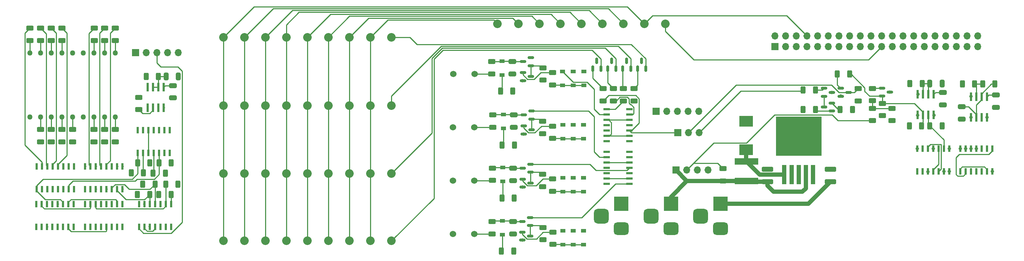
<source format=gtl>
G04 #@! TF.GenerationSoftware,KiCad,Pcbnew,(6.0.6)*
G04 #@! TF.CreationDate,2023-06-19T14:34:30+09:30*
G04 #@! TF.ProjectId,RPi Arcade Hat V0-3,52506920-4172-4636-9164-652048617420,rev?*
G04 #@! TF.SameCoordinates,Original*
G04 #@! TF.FileFunction,Copper,L1,Top*
G04 #@! TF.FilePolarity,Positive*
%FSLAX46Y46*%
G04 Gerber Fmt 4.6, Leading zero omitted, Abs format (unit mm)*
G04 Created by KiCad (PCBNEW (6.0.6)) date 2023-06-19 14:34:30*
%MOMM*%
%LPD*%
G01*
G04 APERTURE LIST*
G04 Aperture macros list*
%AMRoundRect*
0 Rectangle with rounded corners*
0 $1 Rounding radius*
0 $2 $3 $4 $5 $6 $7 $8 $9 X,Y pos of 4 corners*
0 Add a 4 corners polygon primitive as box body*
4,1,4,$2,$3,$4,$5,$6,$7,$8,$9,$2,$3,0*
0 Add four circle primitives for the rounded corners*
1,1,$1+$1,$2,$3*
1,1,$1+$1,$4,$5*
1,1,$1+$1,$6,$7*
1,1,$1+$1,$8,$9*
0 Add four rect primitives between the rounded corners*
20,1,$1+$1,$2,$3,$4,$5,0*
20,1,$1+$1,$4,$5,$6,$7,0*
20,1,$1+$1,$6,$7,$8,$9,0*
20,1,$1+$1,$8,$9,$2,$3,0*%
G04 Aperture macros list end*
G04 #@! TA.AperFunction,ComponentPad*
%ADD10C,2.032000*%
G04 #@! TD*
G04 #@! TA.AperFunction,SMDPad,CuDef*
%ADD11RoundRect,0.250000X0.625000X-0.312500X0.625000X0.312500X-0.625000X0.312500X-0.625000X-0.312500X0*%
G04 #@! TD*
G04 #@! TA.AperFunction,SMDPad,CuDef*
%ADD12R,1.500000X0.550000*%
G04 #@! TD*
G04 #@! TA.AperFunction,SMDPad,CuDef*
%ADD13R,0.550000X1.500000*%
G04 #@! TD*
G04 #@! TA.AperFunction,SMDPad,CuDef*
%ADD14R,0.600000X2.000000*%
G04 #@! TD*
G04 #@! TA.AperFunction,SMDPad,CuDef*
%ADD15R,0.600000X1.550000*%
G04 #@! TD*
G04 #@! TA.AperFunction,SMDPad,CuDef*
%ADD16R,1.100000X4.600000*%
G04 #@! TD*
G04 #@! TA.AperFunction,SMDPad,CuDef*
%ADD17R,10.800000X9.400000*%
G04 #@! TD*
G04 #@! TA.AperFunction,SMDPad,CuDef*
%ADD18RoundRect,0.250000X-0.625000X0.312500X-0.625000X-0.312500X0.625000X-0.312500X0.625000X0.312500X0*%
G04 #@! TD*
G04 #@! TA.AperFunction,SMDPad,CuDef*
%ADD19RoundRect,0.250000X-0.312500X-0.625000X0.312500X-0.625000X0.312500X0.625000X-0.312500X0.625000X0*%
G04 #@! TD*
G04 #@! TA.AperFunction,SMDPad,CuDef*
%ADD20RoundRect,0.250000X0.312500X0.625000X-0.312500X0.625000X-0.312500X-0.625000X0.312500X-0.625000X0*%
G04 #@! TD*
G04 #@! TA.AperFunction,SMDPad,CuDef*
%ADD21RoundRect,0.150000X-0.587500X-0.150000X0.587500X-0.150000X0.587500X0.150000X-0.587500X0.150000X0*%
G04 #@! TD*
G04 #@! TA.AperFunction,SMDPad,CuDef*
%ADD22RoundRect,0.150000X0.587500X0.150000X-0.587500X0.150000X-0.587500X-0.150000X0.587500X-0.150000X0*%
G04 #@! TD*
G04 #@! TA.AperFunction,SMDPad,CuDef*
%ADD23RoundRect,0.150000X0.150000X-0.587500X0.150000X0.587500X-0.150000X0.587500X-0.150000X-0.587500X0*%
G04 #@! TD*
G04 #@! TA.AperFunction,SMDPad,CuDef*
%ADD24R,5.700000X1.600000*%
G04 #@! TD*
G04 #@! TA.AperFunction,ComponentPad*
%ADD25O,1.700000X1.700000*%
G04 #@! TD*
G04 #@! TA.AperFunction,ComponentPad*
%ADD26R,1.700000X1.700000*%
G04 #@! TD*
G04 #@! TA.AperFunction,ComponentPad*
%ADD27C,1.270000*%
G04 #@! TD*
G04 #@! TA.AperFunction,ComponentPad*
%ADD28C,1.524000*%
G04 #@! TD*
G04 #@! TA.AperFunction,ComponentPad*
%ADD29RoundRect,0.875000X0.875000X-0.875000X0.875000X0.875000X-0.875000X0.875000X-0.875000X-0.875000X0*%
G04 #@! TD*
G04 #@! TA.AperFunction,ComponentPad*
%ADD30RoundRect,0.750000X1.000000X-0.750000X1.000000X0.750000X-1.000000X0.750000X-1.000000X-0.750000X0*%
G04 #@! TD*
G04 #@! TA.AperFunction,ComponentPad*
%ADD31R,3.500000X3.500000*%
G04 #@! TD*
G04 #@! TA.AperFunction,SMDPad,CuDef*
%ADD32R,1.200000X0.900000*%
G04 #@! TD*
G04 #@! TA.AperFunction,SMDPad,CuDef*
%ADD33R,3.300000X2.500000*%
G04 #@! TD*
G04 #@! TA.AperFunction,SMDPad,CuDef*
%ADD34RoundRect,0.250000X-0.650000X0.325000X-0.650000X-0.325000X0.650000X-0.325000X0.650000X0.325000X0*%
G04 #@! TD*
G04 #@! TA.AperFunction,SMDPad,CuDef*
%ADD35RoundRect,0.250000X-0.325000X-0.650000X0.325000X-0.650000X0.325000X0.650000X-0.325000X0.650000X0*%
G04 #@! TD*
G04 #@! TA.AperFunction,SMDPad,CuDef*
%ADD36RoundRect,0.250000X1.100000X-0.325000X1.100000X0.325000X-1.100000X0.325000X-1.100000X-0.325000X0*%
G04 #@! TD*
G04 #@! TA.AperFunction,ViaPad*
%ADD37C,0.500000*%
G04 #@! TD*
G04 #@! TA.AperFunction,ViaPad*
%ADD38C,0.800000*%
G04 #@! TD*
G04 #@! TA.AperFunction,Conductor*
%ADD39C,1.000000*%
G04 #@! TD*
G04 #@! TA.AperFunction,Conductor*
%ADD40C,0.250000*%
G04 #@! TD*
G04 APERTURE END LIST*
D10*
X91186000Y-94488000D03*
X96186000Y-94488000D03*
X101186001Y-94488000D03*
X106186001Y-94488000D03*
X111186001Y-94488000D03*
X116186001Y-94488000D03*
X121186001Y-94488000D03*
X126186001Y-94488000D03*
X131186002Y-94488000D03*
D11*
X210058000Y-109535500D03*
X210058000Y-112460500D03*
D12*
X182356800Y-102971600D03*
X182356800Y-101701600D03*
X182356800Y-100431600D03*
X182356800Y-99161600D03*
X182356800Y-97891600D03*
X182356800Y-96621600D03*
X182356800Y-95351600D03*
X187756800Y-95351600D03*
X187756800Y-96621600D03*
X187756800Y-97891600D03*
X187756800Y-99161600D03*
X187756800Y-100431600D03*
X187756800Y-101701600D03*
X187756800Y-102971600D03*
D13*
X78720800Y-123370050D03*
X77450800Y-123370050D03*
X76180800Y-123370050D03*
X74910800Y-123370050D03*
X73640800Y-123370050D03*
X72370800Y-123370050D03*
X71100800Y-123370050D03*
X71100800Y-117970050D03*
X72370800Y-117970050D03*
X73640800Y-117970050D03*
X74910800Y-117970050D03*
X76180800Y-117970050D03*
X77450800Y-117970050D03*
X78720800Y-117970050D03*
X70806700Y-100342450D03*
X72076700Y-100342450D03*
X73346700Y-100342450D03*
X74616700Y-100342450D03*
X75886700Y-100342450D03*
X77156700Y-100342450D03*
X78426700Y-100342450D03*
X78426700Y-105742450D03*
X77156700Y-105742450D03*
X75886700Y-105742450D03*
X74616700Y-105742450D03*
X73346700Y-105742450D03*
X72076700Y-105742450D03*
X70806700Y-105742450D03*
X263916200Y-110192800D03*
X262646200Y-110192800D03*
X261376200Y-110192800D03*
X260106200Y-110192800D03*
X258836200Y-110192800D03*
X257566200Y-110192800D03*
X256296200Y-110192800D03*
X256296200Y-104792800D03*
X257566200Y-104792800D03*
X258836200Y-104792800D03*
X260106200Y-104792800D03*
X261376200Y-104792800D03*
X262646200Y-104792800D03*
X263916200Y-104792800D03*
D14*
X271569000Y-97295400D03*
X269029000Y-92395400D03*
X270299000Y-92395400D03*
X271569000Y-92395400D03*
X272839000Y-92395400D03*
X272839000Y-97295400D03*
X270299000Y-97295400D03*
X269029000Y-97295400D03*
D12*
X182364400Y-113131600D03*
X182364400Y-111861600D03*
X182364400Y-110591600D03*
X182364400Y-109321600D03*
X182364400Y-108051600D03*
X182364400Y-106781600D03*
X182364400Y-105511600D03*
X187764400Y-105511600D03*
X187764400Y-106781600D03*
X187764400Y-108051600D03*
X187764400Y-109321600D03*
X187764400Y-110591600D03*
X187764400Y-111861600D03*
X187764400Y-113131600D03*
D14*
X258945200Y-96736600D03*
X256405200Y-91836600D03*
X257675200Y-91836600D03*
X258945200Y-91836600D03*
X260215200Y-91836600D03*
X260215200Y-96736600D03*
X257675200Y-96736600D03*
X256405200Y-96736600D03*
X75715800Y-95029450D03*
X73175800Y-90129450D03*
X74445800Y-90129450D03*
X75715800Y-90129450D03*
X76985800Y-90129450D03*
X76985800Y-95029450D03*
X74445800Y-95029450D03*
X73175800Y-95029450D03*
D15*
X58273800Y-108978450D03*
X59543800Y-108978450D03*
X60813800Y-108978450D03*
X62083800Y-108978450D03*
X63353800Y-108978450D03*
X64623800Y-108978450D03*
X65893800Y-108978450D03*
X67163800Y-108978450D03*
X67163800Y-114378450D03*
X65893800Y-114378450D03*
X64623800Y-114378450D03*
X63353800Y-114378450D03*
X62083800Y-114378450D03*
X60813800Y-114378450D03*
X59543800Y-114378450D03*
X58273800Y-114378450D03*
X46742200Y-108978450D03*
X48012200Y-108978450D03*
X49282200Y-108978450D03*
X50552200Y-108978450D03*
X51822200Y-108978450D03*
X53092200Y-108978450D03*
X54362200Y-108978450D03*
X55632200Y-108978450D03*
X55632200Y-114378450D03*
X54362200Y-114378450D03*
X53092200Y-114378450D03*
X51822200Y-114378450D03*
X50552200Y-114378450D03*
X49282200Y-114378450D03*
X48012200Y-114378450D03*
X46742200Y-114378450D03*
X58273800Y-117970050D03*
X59543800Y-117970050D03*
X60813800Y-117970050D03*
X62083800Y-117970050D03*
X63353800Y-117970050D03*
X64623800Y-117970050D03*
X65893800Y-117970050D03*
X67163800Y-117970050D03*
X67163800Y-123370050D03*
X65893800Y-123370050D03*
X64623800Y-123370050D03*
X63353800Y-123370050D03*
X62083800Y-123370050D03*
X60813800Y-123370050D03*
X59543800Y-123370050D03*
X58273800Y-123370050D03*
X46691400Y-117970050D03*
X47961400Y-117970050D03*
X49231400Y-117970050D03*
X50501400Y-117970050D03*
X51771400Y-117970050D03*
X53041400Y-117970050D03*
X54311400Y-117970050D03*
X55581400Y-117970050D03*
X55581400Y-123370050D03*
X54311400Y-123370050D03*
X53041400Y-123370050D03*
X51771400Y-123370050D03*
X50501400Y-123370050D03*
X49231400Y-123370050D03*
X47961400Y-123370050D03*
X46691400Y-123370050D03*
D16*
X231460200Y-110915800D03*
X229760200Y-110915800D03*
X228060200Y-110915800D03*
D17*
X228060200Y-101765800D03*
D16*
X226360200Y-110915800D03*
X224660200Y-110915800D03*
D13*
X266496800Y-104792800D03*
X267766800Y-104792800D03*
X269036800Y-104792800D03*
X270306800Y-104792800D03*
X271576800Y-104792800D03*
X272846800Y-104792800D03*
X274116800Y-104792800D03*
X274116800Y-110192800D03*
X272846800Y-110192800D03*
X271576800Y-110192800D03*
X270306800Y-110192800D03*
X269036800Y-110192800D03*
X267766800Y-110192800D03*
X266496800Y-110192800D03*
D18*
X167182800Y-126456100D03*
X167182800Y-123531100D03*
X167132000Y-113806900D03*
X167132000Y-110881900D03*
D19*
X240855200Y-95468400D03*
X237930200Y-95468400D03*
X232066800Y-95417600D03*
X229141800Y-95417600D03*
X232066800Y-90794800D03*
X229141800Y-90794800D03*
D11*
X242237500Y-90449900D03*
X242237500Y-93374900D03*
D20*
X237269800Y-86984800D03*
X240194800Y-86984800D03*
D11*
X250300800Y-95159100D03*
X250300800Y-98084100D03*
X247964000Y-93990700D03*
X247964000Y-96915700D03*
D19*
X269958100Y-89359000D03*
X267033100Y-89359000D03*
X274784100Y-89359000D03*
X271859100Y-89359000D03*
X262211100Y-99315800D03*
X259286100Y-99315800D03*
X257435900Y-89308200D03*
X254510900Y-89308200D03*
D18*
X167132000Y-98272800D03*
X167132000Y-101197800D03*
X167182800Y-88447000D03*
X167182800Y-85522000D03*
X169570400Y-127573700D03*
X169570400Y-124648700D03*
X169519600Y-114924500D03*
X169519600Y-111999500D03*
X169519600Y-102315400D03*
X169519600Y-99390400D03*
X169519600Y-89564600D03*
X169519600Y-86639600D03*
X188874400Y-93410500D03*
X188874400Y-90485500D03*
X186385200Y-93410500D03*
X186385200Y-90485500D03*
X183997600Y-90485500D03*
X183997600Y-93410500D03*
X181559200Y-93410500D03*
X181559200Y-90485500D03*
D20*
X254409300Y-99315800D03*
X257334300Y-99315800D03*
X71975100Y-113253250D03*
X74900100Y-113253250D03*
D19*
X77357700Y-110560850D03*
X74432700Y-110560850D03*
D20*
X77461500Y-113253250D03*
X80386500Y-113253250D03*
D19*
X72176100Y-110490000D03*
X69251100Y-110490000D03*
X78710100Y-115691650D03*
X75785100Y-115691650D03*
X75730500Y-87550250D03*
X72805500Y-87550250D03*
D11*
X71067600Y-92539350D03*
X71067600Y-95464350D03*
D18*
X50222000Y-103133350D03*
X50222000Y-100208350D03*
D11*
X60432800Y-76078350D03*
X60432800Y-79003350D03*
D18*
X55302000Y-103133350D03*
X55302000Y-100208350D03*
X52762000Y-103133350D03*
X52762000Y-100208350D03*
X47682000Y-103133350D03*
X47682000Y-100208350D03*
D11*
X65462000Y-76078350D03*
X65462000Y-79003350D03*
X62922000Y-76078350D03*
X62922000Y-79003350D03*
X47682000Y-76078350D03*
X47682000Y-79003350D03*
X45142000Y-76078350D03*
X45142000Y-79003350D03*
D18*
X65462000Y-103133350D03*
X65462000Y-100208350D03*
X62922000Y-103133350D03*
X62922000Y-100208350D03*
X60382000Y-103133350D03*
X60382000Y-100208350D03*
D11*
X52762000Y-76078350D03*
X52762000Y-79003350D03*
X50222000Y-76078350D03*
X50222000Y-79003350D03*
X155041600Y-84059500D03*
X155041600Y-86984500D03*
X155244800Y-96759500D03*
X155244800Y-99684500D03*
X155194000Y-109408700D03*
X155194000Y-112333700D03*
X155143200Y-122159500D03*
X155143200Y-125084500D03*
X245576400Y-95159100D03*
X245576400Y-98084100D03*
D18*
X245576400Y-93359700D03*
X245576400Y-90434700D03*
D19*
X160263300Y-129159200D03*
X157338300Y-129159200D03*
X160364900Y-116560800D03*
X157439900Y-116560800D03*
X160415700Y-103911600D03*
X157490700Y-103911600D03*
X160060100Y-91059200D03*
X157135100Y-91059200D03*
D20*
X70766600Y-108173250D03*
X73691600Y-108173250D03*
D19*
X73630100Y-115691650D03*
X70705100Y-115691650D03*
D20*
X75846600Y-108173250D03*
X78771600Y-108173250D03*
D21*
X249765100Y-91287600D03*
X247890100Y-92237600D03*
X247890100Y-90337600D03*
X164310300Y-87604800D03*
X162435300Y-88554800D03*
X162435300Y-86654800D03*
D22*
X162435300Y-84048800D03*
X164310300Y-83098800D03*
X164310300Y-84998800D03*
D21*
X164513500Y-100304800D03*
X162638500Y-101254800D03*
X162638500Y-99354800D03*
D22*
X162638500Y-96748800D03*
X164513500Y-95798800D03*
X164513500Y-97698800D03*
D21*
X164259500Y-112954000D03*
X162384500Y-113904000D03*
X162384500Y-112004000D03*
D22*
X162384500Y-109398000D03*
X164259500Y-108448000D03*
X164259500Y-110348000D03*
D21*
X164208700Y-125603200D03*
X162333700Y-126553200D03*
X162333700Y-124653200D03*
D22*
X162333700Y-122098000D03*
X164208700Y-121148000D03*
X164208700Y-123048000D03*
D23*
X180035200Y-83847700D03*
X180985200Y-85722700D03*
X179085200Y-85722700D03*
X183591200Y-83847700D03*
X184541200Y-85722700D03*
X182641200Y-85722700D03*
X187147200Y-83847700D03*
X188097200Y-85722700D03*
X186197200Y-85722700D03*
X190703200Y-83847700D03*
X191653200Y-85722700D03*
X189753200Y-85722700D03*
D22*
X234086400Y-94858800D03*
X235961400Y-93908800D03*
X235961400Y-95808800D03*
D21*
X235961400Y-91353600D03*
X234086400Y-92303600D03*
X234086400Y-90403600D03*
X239974600Y-91353600D03*
X238099600Y-92303600D03*
X238099600Y-90403600D03*
D24*
X215646000Y-112484400D03*
X215646000Y-107784400D03*
D25*
X204322600Y-95859600D03*
X201782600Y-95859600D03*
X199242600Y-95859600D03*
X196702600Y-95859600D03*
D26*
X194162600Y-95859600D03*
D27*
X45142000Y-82011250D03*
X47682000Y-82011250D03*
X50222000Y-82011250D03*
X52762000Y-82011250D03*
X55302000Y-82011250D03*
X57842000Y-82011250D03*
X60382000Y-82011250D03*
X62922000Y-82011250D03*
X65462000Y-82011250D03*
X45142000Y-97251250D03*
X47682000Y-97251250D03*
X50222000Y-97251250D03*
X52762000Y-97251250D03*
X55302000Y-97251250D03*
X57842000Y-97251250D03*
X60382000Y-97251250D03*
X62922000Y-97251250D03*
X65462000Y-97251250D03*
D25*
X80402200Y-81909650D03*
X77862200Y-81909650D03*
X75322200Y-81909650D03*
X72782200Y-81909650D03*
D26*
X70242200Y-81909650D03*
D28*
X150952200Y-86996099D03*
X145872200Y-86996099D03*
X150901400Y-99696099D03*
X145821400Y-99696099D03*
X150901400Y-112345299D03*
X145821400Y-112345299D03*
X150901400Y-125096099D03*
X145821400Y-125096099D03*
D29*
X192955100Y-120850400D03*
D30*
X197655100Y-123850400D03*
D31*
X197655100Y-117850400D03*
D29*
X181118700Y-120850400D03*
D30*
X185818700Y-123850400D03*
D31*
X185818700Y-117850400D03*
D26*
X198841200Y-109880400D03*
D25*
X201381200Y-109880400D03*
X203921200Y-109880400D03*
X206461200Y-109880400D03*
D26*
X199288400Y-100939600D03*
D25*
X201828400Y-100939600D03*
X204368400Y-100939600D03*
D31*
X209440700Y-117850400D03*
D30*
X209440700Y-123850400D03*
D29*
X204740700Y-120850400D03*
D10*
X131150401Y-78257200D03*
X126150400Y-78257200D03*
X121150400Y-78257200D03*
X116150400Y-78257200D03*
X111150400Y-78257200D03*
X106150400Y-78257200D03*
X101150400Y-78257200D03*
X96150399Y-78257200D03*
X91150399Y-78257200D03*
X196377601Y-75006000D03*
X191377600Y-75006000D03*
X186377600Y-75006000D03*
X181377600Y-75006000D03*
X176377600Y-75006000D03*
X171377600Y-75006000D03*
X166377600Y-75006000D03*
X161377599Y-75006000D03*
X156377599Y-75006000D03*
X91150399Y-110693200D03*
X96150399Y-110693200D03*
X101150400Y-110693200D03*
X106150400Y-110693200D03*
X111150400Y-110693200D03*
X116150400Y-110693200D03*
X121150400Y-110693200D03*
X126150400Y-110693200D03*
X131150401Y-110693200D03*
X131150401Y-126720400D03*
X126150400Y-126720400D03*
X121150400Y-126720400D03*
X116150400Y-126720400D03*
X111150400Y-126720400D03*
X106150400Y-126720400D03*
X101150400Y-126720400D03*
X96150399Y-126720400D03*
X91150399Y-126720400D03*
D32*
X176834800Y-124359600D03*
X176834800Y-127659600D03*
X174396400Y-124359600D03*
X174396400Y-127659600D03*
X171958000Y-124359600D03*
X171958000Y-127659600D03*
X176885600Y-111710400D03*
X176885600Y-115010400D03*
X174447200Y-111710400D03*
X174447200Y-115010400D03*
X171958000Y-111710400D03*
X171958000Y-115010400D03*
X176885600Y-99101300D03*
X176885600Y-102401300D03*
X174396400Y-99101300D03*
X174396400Y-102401300D03*
X171958000Y-99101300D03*
X171958000Y-102401300D03*
X176936400Y-86401300D03*
X176936400Y-89701300D03*
X174396400Y-86401300D03*
X174396400Y-89701300D03*
X171907200Y-86401300D03*
X171907200Y-89701300D03*
D33*
X215595200Y-98200000D03*
X215595200Y-105000000D03*
D32*
X157480000Y-87222800D03*
X157480000Y-83922800D03*
X157784800Y-99922800D03*
X157784800Y-96622800D03*
X157683200Y-112521200D03*
X157683200Y-109221200D03*
X157581600Y-125272000D03*
X157581600Y-121972000D03*
D34*
X274998000Y-94898000D03*
X274998000Y-91948000D03*
X266870000Y-97742800D03*
X266870000Y-94792800D03*
X262374200Y-94339200D03*
X262374200Y-91389200D03*
D35*
X262172800Y-89308200D03*
X259222800Y-89308200D03*
D34*
X79144800Y-92682850D03*
X79144800Y-89732850D03*
D35*
X80467400Y-87550250D03*
X77517400Y-87550250D03*
D34*
X159969200Y-86997000D03*
X159969200Y-84047000D03*
X160274000Y-99697000D03*
X160274000Y-96747000D03*
X160121600Y-112346200D03*
X160121600Y-109396200D03*
X160070800Y-125046200D03*
X160070800Y-122096200D03*
D36*
X220624400Y-109675400D03*
X220624400Y-112625400D03*
X235610400Y-109675400D03*
X235610400Y-112625400D03*
D25*
X270642000Y-77906800D03*
X270642000Y-80446800D03*
X268102000Y-77906800D03*
X268102000Y-80446800D03*
X265562000Y-77906800D03*
X265562000Y-80446800D03*
X263022000Y-77906800D03*
X263022000Y-80446800D03*
X260482000Y-77906800D03*
X260482000Y-80446800D03*
X257942000Y-77906800D03*
X257942000Y-80446800D03*
X255402000Y-77906800D03*
X255402000Y-80446800D03*
X252862000Y-77906800D03*
X252862000Y-80446800D03*
X250322000Y-77906800D03*
X250322000Y-80446800D03*
X247782000Y-77906800D03*
X247782000Y-80446800D03*
X245242000Y-77906800D03*
X245242000Y-80446800D03*
X242702000Y-77906800D03*
X242702000Y-80446800D03*
X240162000Y-77906800D03*
X240162000Y-80446800D03*
X237622000Y-77906800D03*
X237622000Y-80446800D03*
X235082000Y-77906800D03*
X235082000Y-80446800D03*
X232542000Y-77906800D03*
X232542000Y-80446800D03*
X230002000Y-77906800D03*
X230002000Y-80446800D03*
X227462000Y-77906800D03*
X227462000Y-80446800D03*
X224922000Y-77906800D03*
X224922000Y-80446800D03*
X222382000Y-77906800D03*
D26*
X222382000Y-80446800D03*
D37*
X72065575Y-110521175D03*
X65893800Y-117970050D03*
X73640800Y-115702350D03*
X64617600Y-123393200D03*
X59537600Y-123393200D03*
X64623800Y-114378450D03*
X74462775Y-110530775D03*
X48006000Y-114350800D03*
X49174400Y-117957600D03*
X47955200Y-123393200D03*
X53035200Y-123393200D03*
X53086000Y-114401600D03*
X54362200Y-114378450D03*
X59543800Y-117970050D03*
X59537600Y-114350800D03*
X60813800Y-117970050D03*
X58267600Y-114401600D03*
X55575200Y-117957600D03*
X67157600Y-117957600D03*
X75692000Y-94996000D03*
X72085200Y-100330000D03*
X77114400Y-105714800D03*
X74574400Y-100330000D03*
X76200000Y-117957600D03*
X72339200Y-117957600D03*
X73609200Y-123342400D03*
X76200000Y-123342400D03*
X77470000Y-123342400D03*
X64617600Y-117957600D03*
X78720800Y-117970050D03*
X69189600Y-110540800D03*
X77368400Y-110540800D03*
X77165200Y-100330000D03*
X75895200Y-100330000D03*
X70815200Y-100330000D03*
X78435200Y-105714800D03*
X73660000Y-108153200D03*
X78790800Y-108153200D03*
X80416400Y-113233200D03*
X71983600Y-113233200D03*
X70713600Y-115671600D03*
X75793600Y-115671600D03*
X71120000Y-117957600D03*
X78740000Y-123342400D03*
X62077600Y-117957600D03*
X51816000Y-117957600D03*
X50495200Y-117957600D03*
X46685200Y-118008400D03*
X46685200Y-123393200D03*
X49276000Y-123393200D03*
X50495200Y-123393200D03*
X51765200Y-123393200D03*
X55575200Y-123393200D03*
X58267600Y-123393200D03*
X62077600Y-123393200D03*
X60807600Y-123393200D03*
X67157600Y-123393200D03*
X63347600Y-117957600D03*
X58267600Y-117957600D03*
X80414800Y-87499450D03*
X72794800Y-87499450D03*
X79144800Y-92731850D03*
X71067600Y-92528650D03*
X73150400Y-90141050D03*
X77011200Y-95017850D03*
X73150400Y-95017850D03*
X65411200Y-103144050D03*
X62871200Y-103144050D03*
X60331200Y-103144050D03*
X55352800Y-103144050D03*
X52812800Y-103194850D03*
X50272800Y-103144050D03*
X47682000Y-103144050D03*
X55606800Y-108986050D03*
X54387600Y-108986050D03*
X53117600Y-108986050D03*
X60839200Y-108986050D03*
X64598400Y-108986050D03*
X65919200Y-108986050D03*
X67189200Y-108986050D03*
X67189200Y-114370850D03*
X63379200Y-114370850D03*
X62058400Y-114370850D03*
X60839200Y-114370850D03*
X58299200Y-108986050D03*
X55657600Y-114370850D03*
X51847600Y-114370850D03*
X50577600Y-114370850D03*
X49307600Y-114370850D03*
X46767600Y-108986050D03*
X258945200Y-96736600D03*
X237930200Y-95468400D03*
X257556000Y-110185200D03*
X229158800Y-95402400D03*
X271576800Y-104800400D03*
X272846800Y-104800400D03*
X271576800Y-97282000D03*
X261376200Y-104792800D03*
X187764400Y-109321600D03*
X269036800Y-110185200D03*
X270306800Y-110185200D03*
X271576800Y-110185200D03*
X187764400Y-113131600D03*
X187756800Y-97891600D03*
X182364400Y-106781600D03*
D38*
X235661200Y-109677200D03*
D37*
X191653200Y-85722700D03*
X188097200Y-85714800D03*
X184541200Y-85714800D03*
X180985200Y-85722700D03*
X180035200Y-83870800D03*
X183591200Y-83870800D03*
X187147200Y-83870800D03*
X190703200Y-83870800D03*
D38*
X188874400Y-93421200D03*
D37*
X182372000Y-110591600D03*
X164310300Y-83098800D03*
X182372000Y-99161600D03*
X187764400Y-111861600D03*
X187756800Y-99161600D03*
X187756800Y-102971600D03*
X187764400Y-108051600D03*
X182372000Y-109321600D03*
X182356800Y-96621600D03*
X182372000Y-105511600D03*
X182372000Y-100431600D03*
X187756800Y-106781600D03*
X182321200Y-102971600D03*
X187807600Y-95351600D03*
X182372000Y-113131600D03*
X187807600Y-105511600D03*
X187756800Y-110591600D03*
D38*
X274116800Y-110185200D03*
X266496800Y-104800400D03*
X267766800Y-104800400D03*
X269036800Y-104800400D03*
X270306800Y-104800400D03*
X260119000Y-104798800D03*
X256258200Y-104798800D03*
X258849000Y-110234400D03*
X262608200Y-110183600D03*
X263929000Y-110183600D03*
X263929000Y-104798800D03*
X215646000Y-98196400D03*
X176936400Y-86410800D03*
X174396400Y-86410800D03*
X171907200Y-86410800D03*
X176885600Y-99110800D03*
X174396400Y-99110800D03*
X171958000Y-99110800D03*
X176885600Y-111709200D03*
X174447200Y-111709200D03*
X171958000Y-111709200D03*
X171958000Y-124358400D03*
X174447200Y-124358400D03*
X176834800Y-124358400D03*
X220675200Y-109677200D03*
X228092000Y-101701600D03*
X223266000Y-105816400D03*
X223316800Y-97739200D03*
X232816400Y-97739200D03*
X232816400Y-105867200D03*
X231495600Y-109220000D03*
X231444800Y-110896400D03*
X231444800Y-112522000D03*
X228092000Y-112522000D03*
X228092000Y-109270800D03*
X228092000Y-110947200D03*
X226364800Y-112572800D03*
X226364800Y-110947200D03*
X226364800Y-109270800D03*
X249792800Y-91287600D03*
X247964000Y-96926400D03*
X250300800Y-98094800D03*
X235938300Y-91353600D03*
X238071900Y-92268000D03*
X240865900Y-95468400D03*
X242237500Y-93385600D03*
X256430600Y-91797400D03*
X256379800Y-96775800D03*
X260240600Y-96775800D03*
X262374200Y-94337400D03*
X262221800Y-99265000D03*
X254398600Y-99315800D03*
X254551000Y-89308200D03*
X262221800Y-89308200D03*
X272864400Y-97283800D03*
X269054400Y-97334600D03*
X269054400Y-92356200D03*
X267022400Y-89359000D03*
X274998000Y-94896200D03*
X266870000Y-97690200D03*
X159969200Y-86995200D03*
X160070800Y-91059200D03*
X162407600Y-88570000D03*
X167182800Y-88468400D03*
X167132000Y-101168400D03*
X162610800Y-101270000D03*
X160426400Y-103911600D03*
X160324800Y-99695200D03*
X162356800Y-113919200D03*
X167132000Y-113766800D03*
X160375600Y-116560800D03*
X162306000Y-126517600D03*
X167132000Y-126416000D03*
X160324800Y-129159200D03*
X160070800Y-125044400D03*
X160070800Y-112344400D03*
D39*
X230385400Y-117850400D02*
X235610400Y-112625400D01*
X209440700Y-117850400D02*
X230385400Y-117850400D01*
D40*
X130292600Y-74115000D02*
X126150400Y-78257200D01*
X155549600Y-74115000D02*
X130292600Y-74115000D01*
X155549600Y-74117200D02*
X155549600Y-74115000D01*
X156377599Y-74945199D02*
X155549600Y-74117200D01*
X156377599Y-75006000D02*
X156377599Y-74945199D01*
X137232400Y-79930000D02*
X135559600Y-78257200D01*
X188235600Y-79930000D02*
X137232400Y-79930000D01*
X191653200Y-85722700D02*
X191653200Y-83347600D01*
X191653200Y-83347600D02*
X188235600Y-79930000D01*
X135559600Y-78257200D02*
X131150401Y-78257200D01*
D39*
X197655100Y-116274500D02*
X201445200Y-112484400D01*
X197655100Y-117850400D02*
X197655100Y-116274500D01*
D40*
X157784800Y-103617500D02*
X157490700Y-103911600D01*
X157784800Y-99922800D02*
X157784800Y-103617500D01*
X72076700Y-110510050D02*
X72065575Y-110521175D01*
X72076700Y-105742450D02*
X72076700Y-110510050D01*
X70162000Y-112464000D02*
X55372000Y-112464000D01*
X55372000Y-112464000D02*
X54362200Y-113473800D01*
X74730223Y-112014000D02*
X70612000Y-112014000D01*
X70612000Y-112014000D02*
X70162000Y-112464000D01*
X75846600Y-110897623D02*
X74730223Y-112014000D01*
X54362200Y-113473800D02*
X54362200Y-114378450D01*
X75846600Y-108173250D02*
X75846600Y-110897623D01*
X69477773Y-112014000D02*
X48260000Y-112014000D01*
X70766600Y-110725173D02*
X69477773Y-112014000D01*
X48260000Y-112014000D02*
X46742200Y-113531800D01*
X70766600Y-108173250D02*
X70766600Y-110725173D01*
X46742200Y-113531800D02*
X46742200Y-114378450D01*
X75322200Y-84364600D02*
X75322200Y-81909650D01*
X76250800Y-85293200D02*
X75322200Y-84364600D01*
X80365600Y-85293200D02*
X76250800Y-85293200D01*
X81381600Y-86309200D02*
X80365600Y-85293200D01*
X81381600Y-122275600D02*
X81381600Y-86309200D01*
X78762150Y-124895050D02*
X81381600Y-122275600D01*
X72150800Y-124895050D02*
X78762150Y-124895050D01*
X71100800Y-123845050D02*
X72150800Y-124895050D01*
X71100800Y-123370050D02*
X71100800Y-123845050D01*
X74462775Y-110530775D02*
X74432700Y-110560850D01*
X73346700Y-105742450D02*
X73346700Y-100342450D01*
X60813800Y-118929000D02*
X60813800Y-117970050D01*
X76825800Y-119070050D02*
X60954850Y-119070050D01*
X77450800Y-118445050D02*
X76825800Y-119070050D01*
X60954850Y-119070050D02*
X60813800Y-118929000D01*
X77450800Y-117970050D02*
X77450800Y-118445050D01*
X65893800Y-114765100D02*
X65893800Y-114378450D01*
X68020350Y-116891650D02*
X65893800Y-114765100D01*
X72430100Y-116891650D02*
X68020350Y-116891650D01*
X73630100Y-115691650D02*
X72430100Y-116891650D01*
X65435950Y-113278450D02*
X64623800Y-114090600D01*
X67609250Y-113278450D02*
X65435950Y-113278450D01*
X68784050Y-114453250D02*
X67609250Y-113278450D01*
X64623800Y-114090600D02*
X64623800Y-114378450D01*
X73700100Y-114453250D02*
X68784050Y-114453250D01*
X74900100Y-113253250D02*
X73700100Y-114453250D01*
X52404850Y-116870050D02*
X53041400Y-117506600D01*
X53041400Y-117506600D02*
X53041400Y-117970050D01*
X48758800Y-116870050D02*
X52404850Y-116870050D01*
X46742200Y-114853450D02*
X48758800Y-116870050D01*
X46742200Y-114378450D02*
X46742200Y-114853450D01*
X74616700Y-110376850D02*
X74462775Y-110530775D01*
X74616700Y-105742450D02*
X74616700Y-110376850D01*
X75886700Y-108133150D02*
X75846600Y-108173250D01*
X75886700Y-105742450D02*
X75886700Y-108133150D01*
X70766600Y-105782550D02*
X70806700Y-105742450D01*
X70766600Y-108173250D02*
X70766600Y-105782550D01*
X73640800Y-115702350D02*
X73630100Y-115691650D01*
X73640800Y-117970050D02*
X73640800Y-115702350D01*
X78720800Y-115702350D02*
X78710100Y-115691650D01*
X78720800Y-117970050D02*
X78720800Y-115702350D01*
X77450800Y-113263950D02*
X77461500Y-113253250D01*
X77450800Y-117970050D02*
X77450800Y-113263950D01*
X74897600Y-113255750D02*
X74900100Y-113253250D01*
X74910800Y-117970050D02*
X74897600Y-117956850D01*
X74897600Y-117956850D02*
X74897600Y-113255750D01*
X65893800Y-117201800D02*
X65893800Y-117970050D01*
X65562050Y-116870050D02*
X65893800Y-117201800D01*
X54936400Y-116870050D02*
X65562050Y-116870050D01*
X54311400Y-117495050D02*
X54936400Y-116870050D01*
X54311400Y-117970050D02*
X54311400Y-117495050D01*
X59339550Y-119070050D02*
X59543800Y-118865800D01*
X47961400Y-118445050D02*
X48586400Y-119070050D01*
X48586400Y-119070050D02*
X59339550Y-119070050D01*
X47961400Y-117970050D02*
X47961400Y-118445050D01*
X59543800Y-118865800D02*
X59543800Y-117970050D01*
X63235950Y-124470050D02*
X63353800Y-124352200D01*
X54936400Y-124470050D02*
X63235950Y-124470050D01*
X63353800Y-124352200D02*
X63353800Y-123370050D01*
X54311400Y-123845050D02*
X54936400Y-124470050D01*
X54311400Y-123370050D02*
X54311400Y-123845050D01*
X72370800Y-123775050D02*
X72370800Y-123370050D01*
X73040800Y-124445050D02*
X72370800Y-123775050D01*
X74310800Y-124445050D02*
X73040800Y-124445050D01*
X74910800Y-123370050D02*
X74910800Y-123845050D01*
X74910800Y-123845050D02*
X74310800Y-124445050D01*
X75730500Y-87550250D02*
X77517400Y-87550250D01*
X75715800Y-87564950D02*
X75730500Y-87550250D01*
X75715800Y-90129450D02*
X75715800Y-87564950D01*
X74445800Y-90129450D02*
X75715800Y-90129450D01*
X77382400Y-89732850D02*
X76985800Y-90129450D01*
X79144800Y-89732850D02*
X77382400Y-89732850D01*
X74445800Y-95551250D02*
X74445800Y-95029450D01*
X73642600Y-96354450D02*
X74445800Y-95551250D01*
X71957700Y-96354450D02*
X73642600Y-96354450D01*
X71067600Y-95464350D02*
X71957700Y-96354450D01*
X64262000Y-107615250D02*
X63353800Y-108523450D01*
X64262000Y-77278350D02*
X64262000Y-107615250D01*
X65462000Y-76078350D02*
X64262000Y-77278350D01*
X63353800Y-108523450D02*
X63353800Y-108978450D01*
X61722000Y-108616650D02*
X62083800Y-108978450D01*
X61722000Y-77278350D02*
X61722000Y-108616650D01*
X62922000Y-76078350D02*
X61722000Y-77278350D01*
X59162800Y-108597450D02*
X59543800Y-108978450D01*
X59162800Y-77348350D02*
X59162800Y-108597450D01*
X60432800Y-76078350D02*
X59162800Y-77348350D01*
X51822200Y-108503450D02*
X51822200Y-108978450D01*
X53962000Y-106363650D02*
X51822200Y-108503450D01*
X53962000Y-77278350D02*
X53962000Y-106363650D01*
X52762000Y-76078350D02*
X53962000Y-77278350D01*
X51422000Y-107633650D02*
X50552200Y-108503450D01*
X51422000Y-77278350D02*
X51422000Y-107633650D01*
X50552200Y-108503450D02*
X50552200Y-108978450D01*
X50222000Y-76078350D02*
X51422000Y-77278350D01*
X49022000Y-108718250D02*
X49282200Y-108978450D01*
X49022000Y-77418350D02*
X49022000Y-108718250D01*
X47682000Y-76078350D02*
X49022000Y-77418350D01*
X43942000Y-103874450D02*
X48012200Y-107944650D01*
X48012200Y-107944650D02*
X48012200Y-108978450D01*
X45142000Y-76078350D02*
X43942000Y-77278350D01*
X43942000Y-77278350D02*
X43942000Y-103874450D01*
X47682000Y-100208350D02*
X47682000Y-97251250D01*
X50222000Y-97251250D02*
X50222000Y-100208350D01*
X52762000Y-97251250D02*
X52762000Y-100208350D01*
X55302000Y-97251250D02*
X55302000Y-100208350D01*
X60382000Y-97251250D02*
X60382000Y-100208350D01*
X62922000Y-97251250D02*
X62922000Y-100208350D01*
X65462000Y-97251250D02*
X65462000Y-100208350D01*
X65462000Y-82011250D02*
X65462000Y-79003350D01*
X62922000Y-79003350D02*
X62922000Y-82011250D01*
X60382000Y-79054150D02*
X60382000Y-82011250D01*
X60432800Y-79003350D02*
X60382000Y-79054150D01*
X52762000Y-79003350D02*
X52762000Y-82011250D01*
X50222000Y-79003350D02*
X50222000Y-82011250D01*
X47682000Y-79003350D02*
X47682000Y-82011250D01*
X45142000Y-82011250D02*
X45142000Y-79003350D01*
X255629300Y-93990700D02*
X257675200Y-96036600D01*
X247964000Y-93990700D02*
X255629300Y-93990700D01*
X257675200Y-96036600D02*
X257675200Y-96736600D01*
X262646200Y-102675900D02*
X262646200Y-104792800D01*
X259286100Y-99315800D02*
X262646200Y-102675900D01*
X203017643Y-108243957D02*
X201381200Y-109880400D01*
X208766457Y-108243957D02*
X203017643Y-108243957D01*
X210058000Y-109535500D02*
X208766457Y-108243957D01*
X237379504Y-98084100D02*
X243138000Y-98084100D01*
X222335200Y-96740800D02*
X236036204Y-96740800D01*
X236036204Y-96740800D02*
X237379504Y-98084100D01*
X207836600Y-103425000D02*
X215651000Y-103425000D01*
X215651000Y-103425000D02*
X222335200Y-96740800D01*
X201381200Y-109880400D02*
X207836600Y-103425000D01*
X237640349Y-91353600D02*
X239974600Y-91353600D01*
X235881549Y-89594800D02*
X237640349Y-91353600D01*
X213173200Y-89594800D02*
X235881549Y-89594800D01*
X201828400Y-100939600D02*
X213173200Y-89594800D01*
X214274400Y-91033600D02*
X228903000Y-91033600D01*
X204368400Y-100939600D02*
X214274400Y-91033600D01*
X228903000Y-91033600D02*
X229141800Y-90794800D01*
X193260881Y-73122719D02*
X225217919Y-73122719D01*
X191377600Y-75006000D02*
X193260881Y-73122719D01*
X225217919Y-73122719D02*
X230002000Y-77906800D01*
X187310000Y-70938400D02*
X191377600Y-75006000D01*
X98469199Y-70938400D02*
X187310000Y-70938400D01*
X91150399Y-78257200D02*
X98469199Y-70938400D01*
X182760000Y-71388400D02*
X186377600Y-75006000D01*
X103019199Y-71388400D02*
X182760000Y-71388400D01*
X96150399Y-78257200D02*
X103019199Y-71388400D01*
X178210000Y-71838400D02*
X181377600Y-75006000D01*
X107569200Y-71838400D02*
X178210000Y-71838400D01*
X101150400Y-78257200D02*
X107569200Y-71838400D01*
X173660000Y-72288400D02*
X176377600Y-75006000D01*
X109169200Y-72288400D02*
X173660000Y-72288400D01*
X106150400Y-75307200D02*
X109169200Y-72288400D01*
X106150400Y-78257200D02*
X106150400Y-75307200D01*
X116662000Y-72745600D02*
X111150400Y-78257200D01*
X116681400Y-72765000D02*
X116662000Y-72745600D01*
X169136600Y-72765000D02*
X116681400Y-72765000D01*
X171377600Y-75006000D02*
X169136600Y-72765000D01*
X164586600Y-73215000D02*
X166377600Y-75006000D01*
X121192600Y-73215000D02*
X164586600Y-73215000D01*
X116150400Y-78257200D02*
X121192600Y-73215000D01*
X125742600Y-73665000D02*
X160036599Y-73665000D01*
X160036599Y-73665000D02*
X161377599Y-75006000D01*
X121150400Y-78257200D02*
X125742600Y-73665000D01*
X196377601Y-76794401D02*
X203149200Y-83566000D01*
X196377601Y-75006000D02*
X196377601Y-76794401D01*
X141274800Y-116596001D02*
X131150401Y-126720400D01*
X141274800Y-83413600D02*
X141274800Y-116596001D01*
X140824800Y-101018801D02*
X131150401Y-110693200D01*
X140824800Y-83227204D02*
X140824800Y-101018801D01*
X131186002Y-92229606D02*
X131186002Y-94488000D01*
X185129600Y-80380000D02*
X143035608Y-80380000D01*
X143035608Y-80380000D02*
X131186002Y-92229606D01*
X188097200Y-83347600D02*
X185129600Y-80380000D01*
X188097200Y-85714800D02*
X188097200Y-83347600D01*
X126186001Y-78292801D02*
X126150400Y-78257200D01*
X126186001Y-94488000D02*
X126186001Y-78292801D01*
X126150400Y-94523601D02*
X126186001Y-94488000D01*
X126150400Y-110693200D02*
X126150400Y-94523601D01*
X126150400Y-126720400D02*
X126150400Y-110693200D01*
X121150400Y-110693200D02*
X121150400Y-126720400D01*
X121186001Y-110657599D02*
X121150400Y-110693200D01*
X121186001Y-94488000D02*
X121186001Y-110657599D01*
X121150400Y-94452399D02*
X121186001Y-94488000D01*
X121150400Y-78257200D02*
X121150400Y-94452399D01*
X116150400Y-94452399D02*
X116186001Y-94488000D01*
X116150400Y-78257200D02*
X116150400Y-94452399D01*
X116186001Y-110657599D02*
X116150400Y-110693200D01*
X116186001Y-94488000D02*
X116186001Y-110657599D01*
X116150400Y-110693200D02*
X116150400Y-126720400D01*
X111150400Y-126720400D02*
X111150400Y-110693200D01*
X111186001Y-110657599D02*
X111150400Y-110693200D01*
X111186001Y-94488000D02*
X111186001Y-110657599D01*
X111186001Y-78292801D02*
X111150400Y-78257200D01*
X111186001Y-94488000D02*
X111186001Y-78292801D01*
X106150400Y-78257200D02*
X106150400Y-94452399D01*
X106150400Y-94452399D02*
X106186001Y-94488000D01*
X106150400Y-94523601D02*
X106186001Y-94488000D01*
X106150400Y-110693200D02*
X106150400Y-94523601D01*
X106150400Y-126720400D02*
X106150400Y-110693200D01*
X101150400Y-110693200D02*
X101150400Y-126720400D01*
X101186001Y-110657599D02*
X101150400Y-110693200D01*
X101186001Y-94488000D02*
X101186001Y-110657599D01*
X101150400Y-94452399D02*
X101186001Y-94488000D01*
X101150400Y-78257200D02*
X101150400Y-94452399D01*
X96150399Y-94452399D02*
X96186000Y-94488000D01*
X96150399Y-78257200D02*
X96150399Y-94452399D01*
X96186000Y-110657599D02*
X96150399Y-110693200D01*
X96186000Y-94488000D02*
X96186000Y-110657599D01*
X96150399Y-126720400D02*
X96150399Y-110693200D01*
X91150399Y-110693200D02*
X91150399Y-126720400D01*
X91186000Y-110657599D02*
X91150399Y-110693200D01*
X91186000Y-94488000D02*
X91186000Y-110657599D01*
X91150399Y-78257200D02*
X91150399Y-94452399D01*
X91150399Y-94452399D02*
X91186000Y-94488000D01*
D39*
X201445200Y-112484400D02*
X198841200Y-109880400D01*
X215646000Y-112484400D02*
X201445200Y-112484400D01*
D40*
X199288400Y-100939600D02*
X188264800Y-100939600D01*
X188264800Y-100939600D02*
X187756800Y-100431600D01*
X244662800Y-83566000D02*
X247782000Y-80446800D01*
X203149200Y-83566000D02*
X244662800Y-83566000D01*
X188097200Y-85714800D02*
X188097200Y-85722700D01*
X184541200Y-85714800D02*
X184541200Y-85722700D01*
X184541200Y-83347600D02*
X184541200Y-85714800D01*
X182023600Y-80830000D02*
X184541200Y-83347600D01*
X143222004Y-80830000D02*
X182023600Y-80830000D01*
X140824800Y-83227204D02*
X143222004Y-80830000D01*
X178876751Y-81280000D02*
X180985200Y-83388449D01*
X143408400Y-81280000D02*
X178876751Y-81280000D01*
X141274800Y-83413600D02*
X143408400Y-81280000D01*
X180985200Y-83388449D02*
X180985200Y-85722700D01*
X190093600Y-98653600D02*
X188315600Y-100431600D01*
X188315600Y-100431600D02*
X187756800Y-100431600D01*
X190093600Y-92879027D02*
X190093600Y-98653600D01*
X182896700Y-92073000D02*
X189287573Y-92073000D01*
X181559200Y-93410500D02*
X182896700Y-92073000D01*
X189287573Y-92073000D02*
X190093600Y-92879027D01*
X188569600Y-96621600D02*
X187756800Y-96621600D01*
X188831800Y-96359400D02*
X188569600Y-96621600D01*
X188831800Y-94902600D02*
X188831800Y-96359400D01*
X188227200Y-94298000D02*
X188831800Y-94902600D01*
X188011227Y-94298000D02*
X188227200Y-94298000D01*
X187664800Y-93951573D02*
X188011227Y-94298000D01*
X187664800Y-92939427D02*
X187664800Y-93951573D01*
X185522027Y-92523000D02*
X187248373Y-92523000D01*
X184634527Y-93410500D02*
X185522027Y-92523000D01*
X183997600Y-93410500D02*
X184634527Y-93410500D01*
X187248373Y-92523000D02*
X187664800Y-92939427D01*
X184444100Y-95351600D02*
X186385200Y-93410500D01*
X182356800Y-95351600D02*
X184444100Y-95351600D01*
X179085200Y-85722700D02*
X179085200Y-88011500D01*
X179085200Y-88011500D02*
X181559200Y-90485500D01*
X182641200Y-89129100D02*
X182641200Y-85722700D01*
X183997600Y-90485500D02*
X182641200Y-89129100D01*
X186197200Y-85722700D02*
X186197200Y-90297500D01*
X186197200Y-90297500D02*
X186385200Y-90485500D01*
X189753200Y-89606700D02*
X188874400Y-90485500D01*
X189753200Y-85722700D02*
X189753200Y-89606700D01*
X183032400Y-101701600D02*
X182356800Y-101701600D01*
X183431800Y-101302200D02*
X183032400Y-101701600D01*
X183431800Y-98491600D02*
X183431800Y-101302200D01*
X182831800Y-97891600D02*
X183431800Y-98491600D01*
X182356800Y-97891600D02*
X182831800Y-97891600D01*
X180644800Y-96621600D02*
X182356800Y-96621600D01*
X179374800Y-95351600D02*
X180644800Y-96621600D01*
X179374800Y-90627200D02*
X179374800Y-95351600D01*
X177673900Y-88926300D02*
X179374800Y-90627200D01*
X174432200Y-88926300D02*
X177673900Y-88926300D01*
X171907200Y-86401300D02*
X174432200Y-88926300D01*
X179374800Y-97129600D02*
X179374800Y-105511600D01*
X180644800Y-106781600D02*
X182364400Y-106781600D01*
X164513500Y-95798800D02*
X178044000Y-95798800D01*
X178044000Y-95798800D02*
X179374800Y-97129600D01*
X179374800Y-105511600D02*
X180644800Y-106781600D01*
X184472500Y-113131600D02*
X187764400Y-113131600D01*
X164208700Y-121148000D02*
X176456100Y-121148000D01*
X176456100Y-121148000D02*
X184472500Y-113131600D01*
X187164400Y-109921600D02*
X187764400Y-109321600D01*
X179842400Y-109921600D02*
X187164400Y-109921600D01*
X178368800Y-108448000D02*
X179842400Y-109921600D01*
X164259500Y-108448000D02*
X178368800Y-108448000D01*
X182364400Y-111861600D02*
X187764400Y-111861600D01*
X187764400Y-108051600D02*
X182364400Y-108051600D01*
X182356800Y-97891600D02*
X187756800Y-97891600D01*
X187756800Y-101701600D02*
X182356800Y-101701600D01*
X267766800Y-110744000D02*
X267766800Y-110192800D01*
X267243000Y-111267800D02*
X267766800Y-110744000D01*
X265531600Y-110902600D02*
X265896800Y-111267800D01*
X265896800Y-111267800D02*
X267243000Y-111267800D01*
X266293600Y-106121200D02*
X265531600Y-106883200D01*
X273263400Y-106121200D02*
X266293600Y-106121200D01*
X274116800Y-105267800D02*
X273263400Y-106121200D01*
X265531600Y-106883200D02*
X265531600Y-110902600D01*
X274116800Y-104792800D02*
X274116800Y-105267800D01*
X266496800Y-109575600D02*
X266496800Y-110192800D01*
X266954600Y-109117800D02*
X266496800Y-109575600D01*
X272846800Y-109717800D02*
X272246800Y-109117800D01*
X272246800Y-109117800D02*
X266954600Y-109117800D01*
X272846800Y-110192800D02*
X272846800Y-109717800D01*
X261998600Y-109570400D02*
X261376200Y-110192800D01*
X261998600Y-103740200D02*
X261998600Y-109570400D01*
X261976200Y-103717800D02*
X261998600Y-103740200D01*
X258836200Y-104317800D02*
X259436200Y-103717800D01*
X258836200Y-104792800D02*
X258836200Y-104317800D01*
X259436200Y-103717800D02*
X261976200Y-103717800D01*
X261376200Y-108447800D02*
X261376200Y-104792800D01*
X260106200Y-109717800D02*
X261376200Y-108447800D01*
X260106200Y-110192800D02*
X260106200Y-109717800D01*
D39*
X224625600Y-110950400D02*
X218812000Y-110950400D01*
X224660200Y-110915800D02*
X224625600Y-110950400D01*
X218812000Y-110950400D02*
X215646000Y-107784400D01*
X215595200Y-107733600D02*
X215646000Y-107784400D01*
X215595200Y-105000000D02*
X215595200Y-107733600D01*
X229760200Y-114215800D02*
X229760200Y-110915800D01*
X228964800Y-115011200D02*
X229760200Y-114215800D01*
X222046800Y-115011200D02*
X228964800Y-115011200D01*
X220624400Y-113588800D02*
X222046800Y-115011200D01*
X220624400Y-112625400D02*
X220624400Y-113588800D01*
X220624400Y-112625400D02*
X215787000Y-112625400D01*
D40*
X244922600Y-92237600D02*
X247890100Y-92237600D01*
X243784600Y-90246327D02*
X243784600Y-91099600D01*
X240523073Y-86984800D02*
X243784600Y-90246327D01*
X240194800Y-86984800D02*
X240523073Y-86984800D01*
X243784600Y-91099600D02*
X244922600Y-92237600D01*
X237269800Y-89573800D02*
X238099600Y-90403600D01*
X237269800Y-86984800D02*
X237269800Y-89573800D01*
X247890100Y-90337600D02*
X245673500Y-90337600D01*
X247964000Y-92311500D02*
X247890100Y-92237600D01*
X247964000Y-93990700D02*
X247964000Y-92311500D01*
X250300800Y-95159100D02*
X245576400Y-95159100D01*
X245576400Y-95159100D02*
X245576400Y-93359700D01*
X243138000Y-98084100D02*
X245576400Y-98084100D01*
X239974600Y-91353600D02*
X241333800Y-91353600D01*
X241333800Y-91353600D02*
X242237500Y-90449900D01*
X233695200Y-90794800D02*
X234086400Y-90403600D01*
X232066800Y-90794800D02*
X233695200Y-90794800D01*
X234086400Y-92303600D02*
X234086400Y-94858800D01*
X232458000Y-95808800D02*
X232066800Y-95417600D01*
X235961400Y-95808800D02*
X232458000Y-95808800D01*
X237930200Y-95468400D02*
X237521000Y-95468400D01*
X237521000Y-95468400D02*
X235961400Y-93908800D01*
X257675200Y-98974900D02*
X257675200Y-96736600D01*
X257334300Y-99315800D02*
X257675200Y-98974900D01*
X258945200Y-98974900D02*
X258945200Y-96736600D01*
X259286100Y-99315800D02*
X258945200Y-98974900D01*
X260662600Y-91389200D02*
X260215200Y-91836600D01*
X262374200Y-91389200D02*
X260662600Y-91389200D01*
X258945200Y-89585800D02*
X258945200Y-91836600D01*
X259222800Y-89308200D02*
X258945200Y-89585800D01*
X257435900Y-89308200D02*
X257675200Y-89547500D01*
X257675200Y-89547500D02*
X257675200Y-91836600D01*
X259222800Y-89308200D02*
X257435900Y-89308200D01*
X270299000Y-94365400D02*
X270299000Y-97295400D01*
X271569000Y-93095400D02*
X270299000Y-94365400D01*
X271569000Y-92395400D02*
X271569000Y-93095400D01*
X268496400Y-94792800D02*
X270299000Y-96595400D01*
X270299000Y-96595400D02*
X270299000Y-97295400D01*
X266870000Y-94792800D02*
X268496400Y-94792800D01*
X270299000Y-89699900D02*
X270299000Y-92395400D01*
X269958100Y-89359000D02*
X270299000Y-89699900D01*
X271859100Y-89359000D02*
X269958100Y-89359000D01*
X271569000Y-91695400D02*
X271569000Y-92395400D01*
X273905400Y-89359000D02*
X271569000Y-91695400D01*
X274784100Y-89359000D02*
X273905400Y-89359000D01*
X273286400Y-91948000D02*
X272839000Y-92395400D01*
X274998000Y-91948000D02*
X273286400Y-91948000D01*
X176936400Y-89701300D02*
X174396400Y-89701300D01*
X171907200Y-89701300D02*
X174396400Y-89701300D01*
X171770500Y-89564600D02*
X171907200Y-89701300D01*
X169519600Y-89564600D02*
X171770500Y-89564600D01*
X155030001Y-86996099D02*
X155041600Y-86984500D01*
X150952200Y-86996099D02*
X155030001Y-86996099D01*
X157480000Y-90714300D02*
X157135100Y-91059200D01*
X157480000Y-87222800D02*
X157480000Y-90714300D01*
X163519551Y-88229800D02*
X162435300Y-87145549D01*
X166684751Y-86639600D02*
X165094551Y-88229800D01*
X165094551Y-88229800D02*
X163519551Y-88229800D01*
X169519600Y-86639600D02*
X166684751Y-86639600D01*
X162435300Y-87145549D02*
X162435300Y-86654800D01*
X166659600Y-84998800D02*
X167182800Y-85522000D01*
X164310300Y-84998800D02*
X166659600Y-84998800D01*
X164310300Y-87604800D02*
X164310300Y-84998800D01*
X162433500Y-84047000D02*
X162435300Y-84048800D01*
X159969200Y-84047000D02*
X162433500Y-84047000D01*
X159845000Y-83922800D02*
X159969200Y-84047000D01*
X157480000Y-83922800D02*
X159845000Y-83922800D01*
X157343300Y-84059500D02*
X157480000Y-83922800D01*
X155041600Y-84059500D02*
X157343300Y-84059500D01*
X174396400Y-102401300D02*
X176885600Y-102401300D01*
X171958000Y-102401300D02*
X174396400Y-102401300D01*
X171872100Y-102315400D02*
X171958000Y-102401300D01*
X169519600Y-102315400D02*
X171872100Y-102315400D01*
X163729249Y-100929800D02*
X162638500Y-99839051D01*
X162638500Y-99839051D02*
X162638500Y-99354800D01*
X166837151Y-99390400D02*
X165297751Y-100929800D01*
X165297751Y-100929800D02*
X163729249Y-100929800D01*
X169519600Y-99390400D02*
X166837151Y-99390400D01*
X166558000Y-97698800D02*
X167132000Y-98272800D01*
X164513500Y-97698800D02*
X166558000Y-97698800D01*
X164513500Y-97698800D02*
X164513500Y-100304800D01*
X157683200Y-116317500D02*
X157439900Y-116560800D01*
X157683200Y-112521200D02*
X157683200Y-116317500D01*
X174447200Y-115010400D02*
X176885600Y-115010400D01*
X171958000Y-115010400D02*
X174447200Y-115010400D01*
X171872100Y-114924500D02*
X171958000Y-115010400D01*
X169519600Y-114924500D02*
X171872100Y-114924500D01*
X155194000Y-112333700D02*
X155182401Y-112345299D01*
X155182401Y-112345299D02*
X150901400Y-112345299D01*
X155381500Y-109221200D02*
X155194000Y-109408700D01*
X157683200Y-109221200D02*
X155381500Y-109221200D01*
X160121600Y-109396200D02*
X159946600Y-109221200D01*
X159946600Y-109221200D02*
X157683200Y-109221200D01*
X160123400Y-109398000D02*
X160121600Y-109396200D01*
X162384500Y-109398000D02*
X160123400Y-109398000D01*
X166598100Y-110348000D02*
X167132000Y-110881900D01*
X164259500Y-110348000D02*
X166598100Y-110348000D01*
X163475249Y-113579000D02*
X162384500Y-112488251D01*
X162384500Y-112488251D02*
X162384500Y-112004000D01*
X165609227Y-113579000D02*
X163475249Y-113579000D01*
X167188727Y-111999500D02*
X165609227Y-113579000D01*
X169519600Y-111999500D02*
X167188727Y-111999500D01*
X164259500Y-112954000D02*
X164259500Y-110348000D01*
X155143200Y-125084500D02*
X155131601Y-125096099D01*
X155131601Y-125096099D02*
X150901400Y-125096099D01*
X155330700Y-121972000D02*
X155143200Y-122159500D01*
X157581600Y-121972000D02*
X155330700Y-121972000D01*
X160070800Y-122096200D02*
X159946600Y-121972000D01*
X159946600Y-121972000D02*
X157581600Y-121972000D01*
X160072600Y-122098000D02*
X160070800Y-122096200D01*
X162333700Y-122098000D02*
X160072600Y-122098000D01*
X166699700Y-123048000D02*
X167182800Y-123531100D01*
X164208700Y-123048000D02*
X166699700Y-123048000D01*
X162333700Y-125137451D02*
X162333700Y-124653200D01*
X163424449Y-126228200D02*
X162333700Y-125137451D01*
X165660027Y-126228200D02*
X163424449Y-126228200D01*
X169570400Y-124648700D02*
X167239527Y-124648700D01*
X167239527Y-124648700D02*
X165660027Y-126228200D01*
X174396400Y-127659600D02*
X176834800Y-127659600D01*
X171958000Y-127659600D02*
X174396400Y-127659600D01*
X171872100Y-127573700D02*
X171958000Y-127659600D01*
X169570400Y-127573700D02*
X171872100Y-127573700D01*
X164208700Y-125603200D02*
X164208700Y-123048000D01*
X157581600Y-128915900D02*
X157338300Y-129159200D01*
X157581600Y-125272000D02*
X157581600Y-128915900D01*
X162636700Y-96747000D02*
X162638500Y-96748800D01*
X160274000Y-96747000D02*
X162636700Y-96747000D01*
X160149800Y-96622800D02*
X160274000Y-96747000D01*
X157784800Y-96622800D02*
X160149800Y-96622800D01*
X155244800Y-96759500D02*
X155381500Y-96622800D01*
X155381500Y-96622800D02*
X157784800Y-96622800D01*
X155233201Y-99696099D02*
X155244800Y-99684500D01*
X150901400Y-99696099D02*
X155233201Y-99696099D01*
M02*

</source>
